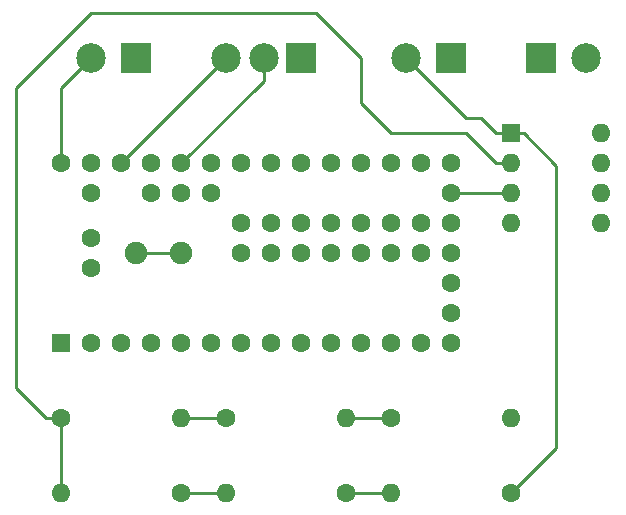
<source format=gtl>
G04 #@! TF.GenerationSoftware,KiCad,Pcbnew,5.0.2-bee76a0~70~ubuntu18.04.1*
G04 #@! TF.CreationDate,2019-03-27T10:37:12-04:00*
G04 #@! TF.ProjectId,DAC,4441432e-6b69-4636-9164-5f7063625858,rev?*
G04 #@! TF.SameCoordinates,Original*
G04 #@! TF.FileFunction,Copper,L1,Top*
G04 #@! TF.FilePolarity,Positive*
%FSLAX46Y46*%
G04 Gerber Fmt 4.6, Leading zero omitted, Abs format (unit mm)*
G04 Created by KiCad (PCBNEW 5.0.2-bee76a0~70~ubuntu18.04.1) date Wed 27 Mar 2019 10:37:12 AM EDT*
%MOMM*%
%LPD*%
G01*
G04 APERTURE LIST*
G04 #@! TA.AperFunction,ComponentPad*
%ADD10C,1.600000*%
G04 #@! TD*
G04 #@! TA.AperFunction,ComponentPad*
%ADD11R,1.600000X1.600000*%
G04 #@! TD*
G04 #@! TA.AperFunction,ComponentPad*
%ADD12C,1.900000*%
G04 #@! TD*
G04 #@! TA.AperFunction,BGAPad,CuDef*
%ADD13C,1.600000*%
G04 #@! TD*
G04 #@! TA.AperFunction,ComponentPad*
%ADD14O,1.600000X1.600000*%
G04 #@! TD*
G04 #@! TA.AperFunction,ComponentPad*
%ADD15R,2.499360X2.499360*%
G04 #@! TD*
G04 #@! TA.AperFunction,ComponentPad*
%ADD16C,2.499360*%
G04 #@! TD*
G04 #@! TA.AperFunction,Conductor*
%ADD17C,0.250000*%
G04 #@! TD*
G04 APERTURE END LIST*
D10*
G04 #@! TO.P,U2,17*
G04 #@! TO.N,Net-(U2-Pad17)*
X49530000Y-35560000D03*
G04 #@! TO.P,U2,18*
G04 #@! TO.N,Net-(U2-Pad18)*
X49530000Y-33020000D03*
G04 #@! TO.P,U2,19*
G04 #@! TO.N,NOTE*
X49530000Y-30480000D03*
G04 #@! TO.P,U2,20*
G04 #@! TO.N,Net-(U2-Pad20)*
X49530000Y-27940000D03*
G04 #@! TO.P,U2,16*
G04 #@! TO.N,Net-(U2-Pad16)*
X49530000Y-38100000D03*
G04 #@! TO.P,U2,15*
G04 #@! TO.N,Net-(U2-Pad15)*
X49530000Y-40640000D03*
G04 #@! TO.P,U2,14*
G04 #@! TO.N,Net-(U2-Pad14)*
X49530000Y-43180000D03*
G04 #@! TO.P,U2,21*
G04 #@! TO.N,Net-(U2-Pad21)*
X46990000Y-27940000D03*
G04 #@! TO.P,U2,22*
G04 #@! TO.N,Net-(U2-Pad22)*
X44450000Y-27940000D03*
G04 #@! TO.P,U2,23*
G04 #@! TO.N,Net-(U2-Pad23)*
X41910000Y-27940000D03*
G04 #@! TO.P,U2,24*
G04 #@! TO.N,Net-(U2-Pad24)*
X39370000Y-27940000D03*
G04 #@! TO.P,U2,25*
G04 #@! TO.N,Net-(U2-Pad25)*
X36830000Y-27940000D03*
G04 #@! TO.P,U2,26*
G04 #@! TO.N,Net-(U2-Pad26)*
X34290000Y-27940000D03*
G04 #@! TO.P,U2,27*
G04 #@! TO.N,Net-(U2-Pad27)*
X31750000Y-27940000D03*
G04 #@! TO.P,U2,28*
G04 #@! TO.N,Net-(U2-Pad28)*
X29210000Y-27940000D03*
G04 #@! TO.P,U2,29*
G04 #@! TO.N,GLIDE_IN*
X26670000Y-27940000D03*
G04 #@! TO.P,U2,30*
G04 #@! TO.N,Net-(U2-Pad30)*
X24130000Y-27940000D03*
G04 #@! TO.P,U2,31*
G04 #@! TO.N,3.3V*
X21590000Y-27940000D03*
G04 #@! TO.P,U2,32*
G04 #@! TO.N,GND*
X19050000Y-27940000D03*
G04 #@! TO.P,U2,33*
G04 #@! TO.N,Net-(J4-Pad2)*
X16510000Y-27940000D03*
G04 #@! TO.P,U2,34*
G04 #@! TO.N,Net-(U2-Pad34)*
X19050000Y-30480000D03*
G04 #@! TO.P,U2,35*
G04 #@! TO.N,Net-(U2-Pad35)*
X24130000Y-30480000D03*
G04 #@! TO.P,U2,36*
G04 #@! TO.N,Net-(U2-Pad36)*
X26670000Y-30480000D03*
G04 #@! TO.P,U2,37*
G04 #@! TO.N,Net-(U2-Pad37)*
X29210000Y-30480000D03*
G04 #@! TO.P,U2,13*
G04 #@! TO.N,Net-(U2-Pad13)*
X46990000Y-43180000D03*
G04 #@! TO.P,U2,12*
G04 #@! TO.N,Net-(U2-Pad12)*
X44450000Y-43180000D03*
G04 #@! TO.P,U2,11*
G04 #@! TO.N,Net-(U2-Pad11)*
X41910000Y-43180000D03*
G04 #@! TO.P,U2,10*
G04 #@! TO.N,Net-(U2-Pad10)*
X39370000Y-43180000D03*
G04 #@! TO.P,U2,9*
G04 #@! TO.N,Net-(U2-Pad9)*
X36830000Y-43180000D03*
G04 #@! TO.P,U2,8*
G04 #@! TO.N,Net-(U2-Pad8)*
X34290000Y-43180000D03*
G04 #@! TO.P,U2,7*
G04 #@! TO.N,Net-(U2-Pad7)*
X31750000Y-43180000D03*
G04 #@! TO.P,U2,6*
G04 #@! TO.N,Net-(U2-Pad6)*
X29210000Y-43180000D03*
G04 #@! TO.P,U2,5*
G04 #@! TO.N,Net-(U2-Pad5)*
X26670000Y-43180000D03*
G04 #@! TO.P,U2,4*
G04 #@! TO.N,Net-(U2-Pad4)*
X24130000Y-43180000D03*
G04 #@! TO.P,U2,3*
G04 #@! TO.N,Net-(U2-Pad3)*
X21590000Y-43180000D03*
G04 #@! TO.P,U2,2*
G04 #@! TO.N,Net-(U2-Pad2)*
X19050000Y-43180000D03*
D11*
G04 #@! TO.P,U2,1*
G04 #@! TO.N,Net-(U2-Pad1)*
X16510000Y-43180000D03*
D10*
G04 #@! TO.P,U2,38*
G04 #@! TO.N,Net-(U2-Pad38)*
X31750000Y-35560000D03*
G04 #@! TO.P,U2,39*
G04 #@! TO.N,Net-(U2-Pad39)*
X34290000Y-35560000D03*
G04 #@! TO.P,U2,40*
G04 #@! TO.N,Net-(U2-Pad40)*
X36830000Y-35560000D03*
G04 #@! TO.P,U2,41*
G04 #@! TO.N,Net-(U2-Pad41)*
X39370000Y-35560000D03*
G04 #@! TO.P,U2,42*
G04 #@! TO.N,Net-(U2-Pad42)*
X41910000Y-35560000D03*
G04 #@! TO.P,U2,43*
G04 #@! TO.N,Net-(U2-Pad43)*
X44450000Y-35560000D03*
G04 #@! TO.P,U2,44*
G04 #@! TO.N,Net-(U2-Pad44)*
X46990000Y-35560000D03*
G04 #@! TO.P,U2,45*
G04 #@! TO.N,Net-(U2-Pad45)*
X46990000Y-33020000D03*
G04 #@! TO.P,U2,46*
G04 #@! TO.N,Net-(U2-Pad46)*
X44450000Y-33020000D03*
G04 #@! TO.P,U2,47*
G04 #@! TO.N,Net-(U2-Pad47)*
X41910000Y-33020000D03*
G04 #@! TO.P,U2,48*
G04 #@! TO.N,Net-(U2-Pad48)*
X39370000Y-33020000D03*
G04 #@! TO.P,U2,49*
G04 #@! TO.N,Net-(U2-Pad49)*
X36830000Y-33020000D03*
G04 #@! TO.P,U2,50*
G04 #@! TO.N,Net-(U2-Pad50)*
X34290000Y-33020000D03*
G04 #@! TO.P,U2,51*
G04 #@! TO.N,Net-(U2-Pad51)*
X31750000Y-33020000D03*
D12*
G04 #@! TO.P,U2,52*
G04 #@! TO.N,Net-(U2-Pad52)*
X26670000Y-35560000D03*
X22860000Y-35560000D03*
D13*
G04 #@! TO.P,U2,53*
G04 #@! TO.N,Net-(U2-Pad53)*
X19050000Y-34290000D03*
G04 #@! TO.P,U2,54*
G04 #@! TO.N,Net-(U2-Pad54)*
X19050000Y-36830000D03*
G04 #@! TD*
D10*
G04 #@! TO.P,R1,1*
G04 #@! TO.N,Net-(R1-Pad1)*
X16510000Y-49530000D03*
D14*
G04 #@! TO.P,R1,2*
G04 #@! TO.N,Net-(R1-Pad2)*
X26670000Y-49530000D03*
G04 #@! TD*
D15*
G04 #@! TO.P,J1,1*
G04 #@! TO.N,GND*
X36830000Y-19050000D03*
D16*
G04 #@! TO.P,J1,2*
G04 #@! TO.N,GLIDE_IN*
X33655000Y-19050000D03*
G04 #@! TO.P,J1,3*
G04 #@! TO.N,3.3V*
X30480000Y-19050000D03*
G04 #@! TD*
D15*
G04 #@! TO.P,J2,1*
G04 #@! TO.N,GND*
X49530000Y-19050000D03*
D16*
G04 #@! TO.P,J2,2*
G04 #@! TO.N,Net-(J2-Pad2)*
X45720000Y-19050000D03*
G04 #@! TD*
G04 #@! TO.P,J3,2*
G04 #@! TO.N,Net-(J3-Pad2)*
X60960000Y-19050000D03*
D15*
G04 #@! TO.P,J3,1*
G04 #@! TO.N,Net-(J3-Pad1)*
X57150000Y-19050000D03*
G04 #@! TD*
G04 #@! TO.P,J4,1*
G04 #@! TO.N,GND*
X22860000Y-19050000D03*
D16*
G04 #@! TO.P,J4,2*
G04 #@! TO.N,Net-(J4-Pad2)*
X19050000Y-19050000D03*
G04 #@! TD*
D14*
G04 #@! TO.P,R2,2*
G04 #@! TO.N,Net-(R2-Pad2)*
X40640000Y-49530000D03*
D10*
G04 #@! TO.P,R2,1*
G04 #@! TO.N,Net-(R1-Pad2)*
X30480000Y-49530000D03*
G04 #@! TD*
G04 #@! TO.P,R3,1*
G04 #@! TO.N,Net-(R2-Pad2)*
X44450000Y-49530000D03*
D14*
G04 #@! TO.P,R3,2*
G04 #@! TO.N,GND*
X54610000Y-49530000D03*
G04 #@! TD*
G04 #@! TO.P,R4,2*
G04 #@! TO.N,Net-(R1-Pad1)*
X16510000Y-55880000D03*
D10*
G04 #@! TO.P,R4,1*
G04 #@! TO.N,Net-(R4-Pad1)*
X26670000Y-55880000D03*
G04 #@! TD*
G04 #@! TO.P,R5,1*
G04 #@! TO.N,Net-(R5-Pad1)*
X40640000Y-55880000D03*
D14*
G04 #@! TO.P,R5,2*
G04 #@! TO.N,Net-(R4-Pad1)*
X30480000Y-55880000D03*
G04 #@! TD*
G04 #@! TO.P,R6,2*
G04 #@! TO.N,Net-(R5-Pad1)*
X44450000Y-55880000D03*
D10*
G04 #@! TO.P,R6,1*
G04 #@! TO.N,Net-(J2-Pad2)*
X54610000Y-55880000D03*
G04 #@! TD*
D11*
G04 #@! TO.P,U1,1*
G04 #@! TO.N,Net-(J2-Pad2)*
X54610000Y-25400000D03*
D14*
G04 #@! TO.P,U1,5*
G04 #@! TO.N,N/C*
X62230000Y-33020000D03*
G04 #@! TO.P,U1,2*
G04 #@! TO.N,Net-(R1-Pad1)*
X54610000Y-27940000D03*
G04 #@! TO.P,U1,6*
G04 #@! TO.N,N/C*
X62230000Y-30480000D03*
G04 #@! TO.P,U1,3*
G04 #@! TO.N,NOTE*
X54610000Y-30480000D03*
G04 #@! TO.P,U1,7*
G04 #@! TO.N,N/C*
X62230000Y-27940000D03*
G04 #@! TO.P,U1,4*
G04 #@! TO.N,Net-(J3-Pad1)*
X54610000Y-33020000D03*
G04 #@! TO.P,U1,8*
G04 #@! TO.N,Net-(J3-Pad2)*
X62230000Y-25400000D03*
G04 #@! TD*
D17*
G04 #@! TO.N,GLIDE_IN*
X33655000Y-20955000D02*
X26670000Y-27940000D01*
X33655000Y-19050000D02*
X33655000Y-20955000D01*
G04 #@! TO.N,Net-(J2-Pad2)*
X54610000Y-25400000D02*
X55660000Y-25400000D01*
X55660000Y-25400000D02*
X58420000Y-28160000D01*
X58420000Y-52070000D02*
X54610000Y-55880000D01*
X58420000Y-28160000D02*
X58420000Y-52070000D01*
X53560000Y-25400000D02*
X54610000Y-25400000D01*
X54610000Y-25400000D02*
X53340000Y-25400000D01*
X53340000Y-25400000D02*
X52070000Y-24130000D01*
X50800000Y-24130000D02*
X45720000Y-19050000D01*
X52070000Y-24130000D02*
X50800000Y-24130000D01*
G04 #@! TO.N,Net-(J4-Pad2)*
X19050000Y-19050000D02*
X16510000Y-21590000D01*
X16510000Y-21590000D02*
X16510000Y-27940000D01*
G04 #@! TO.N,Net-(R1-Pad1)*
X19050000Y-15240000D02*
X12700000Y-21590000D01*
X12700000Y-21590000D02*
X12700000Y-46990000D01*
X16510000Y-55880000D02*
X16510000Y-49530000D01*
X16510000Y-49530000D02*
X15240000Y-49530000D01*
X15240000Y-49530000D02*
X12700000Y-46990000D01*
X19050000Y-15240000D02*
X38100000Y-15240000D01*
X38100000Y-15240000D02*
X41910000Y-19050000D01*
X41910000Y-19050000D02*
X41910000Y-22860000D01*
X41910000Y-22860000D02*
X44450000Y-25400000D01*
X44450000Y-25400000D02*
X50800000Y-25400000D01*
X50800000Y-25400000D02*
X53340000Y-27940000D01*
X53340000Y-27940000D02*
X54610000Y-27940000D01*
G04 #@! TO.N,Net-(R1-Pad2)*
X26670000Y-49530000D02*
X30480000Y-49530000D01*
G04 #@! TO.N,Net-(R2-Pad2)*
X40640000Y-49530000D02*
X44450000Y-49530000D01*
G04 #@! TO.N,Net-(R4-Pad1)*
X30480000Y-55880000D02*
X26670000Y-55880000D01*
G04 #@! TO.N,Net-(R5-Pad1)*
X44450000Y-55880000D02*
X40640000Y-55880000D01*
G04 #@! TO.N,NOTE*
X54610000Y-30480000D02*
X49530000Y-30480000D01*
G04 #@! TO.N,Net-(U2-Pad52)*
X22860000Y-35560000D02*
X26670000Y-35560000D01*
G04 #@! TO.N,3.3V*
X30480000Y-19050000D02*
X21590000Y-27940000D01*
G04 #@! TD*
M02*

</source>
